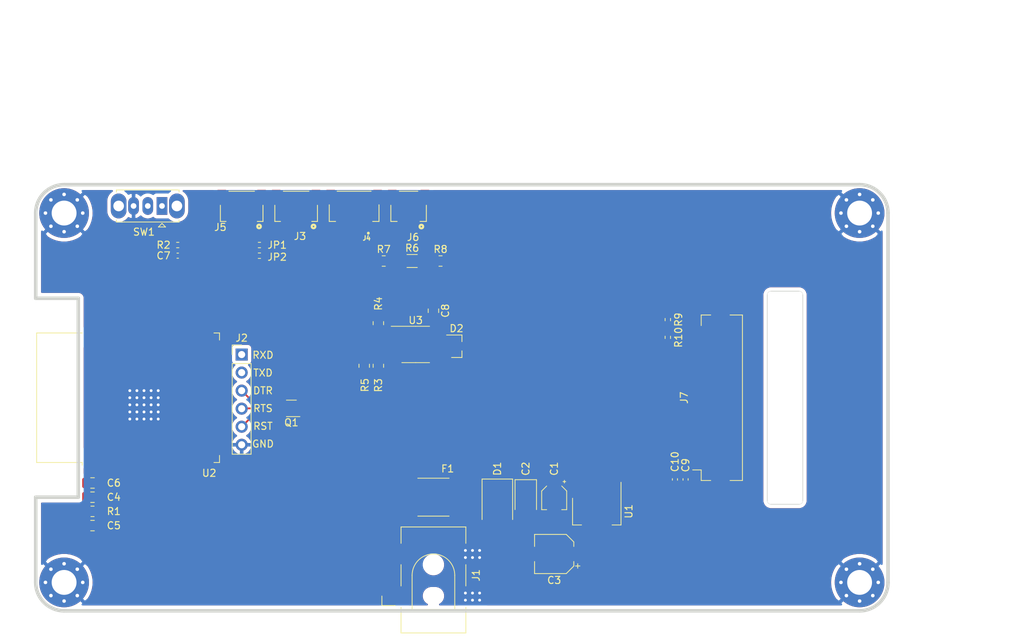
<source format=kicad_pcb>
(kicad_pcb (version 20171130) (host pcbnew "(5.1.12)-1")
  (layers (0 F.Cu signal) (31 B.Cu signal) (34 B.Paste user) (35 F.Paste user) (36 B.SilkS user) (37 F.SilkS user) (38 B.Mask user) (39 F.Mask user) (44 Edge.Cuts user))
  (net 0 "")
  (net 1 +5V)
  (net 2 +3V3)
  (net 3 /RESET)
  (net 4 /Modubus/A)
  (net 5 /Modubus/B)
  (net 6 "Net-(F1-Pad2)")
  (net 7 /RTS)
  (net 8 /DTR)
  (net 9 /UART0_TXD)
  (net 10 /UART0_RXD)
  (net 11 /SHARP_AOUT)
  (net 12 /GAS_AOUT)
  (net 13 /SHARP_ILED)
  (net 14 /IO39)
  (net 15 /IO36)
  (net 16 /IO0)
  (net 17 /MODBUS_TXD)
  (net 18 "Net-(U2-Pad32)")
  (net 19 "Net-(U2-Pad22)")
  (net 20 "Net-(U2-Pad21)")
  (net 21 "Net-(U2-Pad20)")
  (net 22 "Net-(U2-Pad19)")
  (net 23 "Net-(U2-Pad18)")
  (net 24 "Net-(U2-Pad17)")
  (net 25 /MODBUS_EN)
  (net 26 /MODBUS_RXD)
  (net 27 /Modubus/MODBUS_EN)
  (net 28 /Modubus/MODBUS_TXD)
  (net 29 /Modubus/MODBUS_RXD)
  (net 30 GND)
  (net 31 "Net-(C7-Pad2)")
  (net 32 /GPIO32)
  (net 33 /GPIO33)
  (net 34 /GPIO16)
  (net 35 /GPIO17)
  (net 36 /VCC)
  (net 37 CTP_SCL)
  (net 38 CTP_SDA)
  (net 39 CTP_INT)
  (net 40 TFT_CS)
  (net 41 TFT_AO)
  (net 42 TFT_SCLK)
  (net 43 TFT_SDI)
  (net 44 TFT_RST)
  (net 45 "Net-(SW1-Pad2)")
  (net 46 "Net-(U2-Pad24)")
  (net 47 "Net-(U2-Pad14)")
  (net 48 /GPIO15)
  (module Package_SO:SOIC-8_3.9x4.9mm_P1.27mm (layer F.Cu) (at 138.5 117.5)
    (fp_text reference U3 (at 0 -3.4) (layer F.SilkS))
    (fp_text value MAX3485)
    (fp_line (start 0 2.56) (end 1.95 2.56) (layer F.SilkS) (width 0.12))
    (fp_line (start 0 2.56) (end -1.95 2.56) (layer F.SilkS) (width 0.12))
    (fp_line (start 0 -2.56) (end 1.95 -2.56) (layer F.SilkS) (width 0.12))
    (fp_line (start 0 -2.56) (end -3.45 -2.56) (layer F.SilkS) (width 0.12))
    (pad 8 smd roundrect (at 2.475 -1.905) (size 1.95 0.6) (layers F.Cu F.Paste F.Mask) (net 2 +3V3))
    (pad 7 smd roundrect (at 2.475 -0.635) (size 1.95 0.6) (layers F.Cu F.Paste F.Mask) (net 5 /Modubus/B))
    (pad 6 smd roundrect (at 2.475 0.635) (size 1.95 0.6) (layers F.Cu F.Paste F.Mask) (net 4 /Modubus/A))
    (pad 5 smd roundrect (at 2.475 1.905) (size 1.95 0.6) (layers F.Cu F.Paste F.Mask) (net 30 GND))
    (pad 4 smd roundrect (at -2.475 1.905) (size 1.95 0.6) (layers F.Cu F.Paste F.Mask) (net 28 /Modubus/MODBUS_TXD))
    (pad 3 smd roundrect (at -2.475 0.635) (size 1.95 0.6) (layers F.Cu F.Paste F.Mask) (net 27 /Modubus/MODBUS_EN))
    (pad 2 smd roundrect (at -2.475 -0.635) (size 1.95 0.6) (layers F.Cu F.Paste F.Mask) (net 27 /Modubus/MODBUS_EN))
    (pad 1 smd roundrect (at -2.475 -1.905) (size 1.95 0.6) (layers F.Cu F.Paste F.Mask) (net 29 /Modubus/MODBUS_RXD))
  )
  (module Connector_BarrelJack:BarrelJack_CLIFF_FC681465S_SMT_Horizontal (layer F.Cu) (at 141 150 90)
    (fp_text reference J1 (at 0 6 270) (layer F.SilkS))
    (fp_text value Barrel_Jack_Switch)
    (fp_line (start -4.8 3) (end 0 3) (layer F.SilkS) (width 0.12))
    (fp_line (start -4.8 -3) (end 0 -3) (layer F.SilkS) (width 0.12))
    (fp_line (start -4.8 4.56) (end -4.8 -4.56) (layer F.SilkS) (width 0.12))
    (fp_line (start -8.11 4.56) (end -8.11 -4.56) (layer F.SilkS) (width 0.12))
    (fp_line (start -8.11 4.56) (end -4.5 4.56) (layer F.SilkS) (width 0.12))
    (fp_line (start -1.5 4.56) (end 1.5 4.56) (layer F.SilkS) (width 0.12))
    (fp_line (start 4.5 4.56) (end 6.81 4.56) (layer F.SilkS) (width 0.12))
    (fp_line (start 4.5 -4.56) (end 6.81 -4.56) (layer F.SilkS) (width 0.12))
    (fp_line (start -1.5 -4.56) (end 1.5 -4.56) (layer F.SilkS) (width 0.12))
    (fp_line (start 6.81 4.56) (end 6.81 -4.56) (layer F.SilkS) (width 0.12))
    (fp_line (start -8.11 -4.56) (end -4.5 -4.56) (layer F.SilkS) (width 0.12))
    (fp_line (start -2.92 -7.26) (end -4.26 -7.26) (layer F.SilkS) (width 0.12))
    (fp_line (start -4.26 -7.26) (end -4.26 -5.36) (layer F.SilkS) (width 0.12))
    (fp_arc (start 0 0) (end 0 3) (angle -180) (layer F.SilkS) (width 0.12))
    (pad 3 smd rect (at -3 5.5 180) (size 3 2) (layers F.Cu F.Paste F.Mask) (net 30 GND))
    (pad 2 smd rect (at 3 5.5 180) (size 3 2) (layers F.Cu F.Paste F.Mask) (net 30 GND))
    (pad 1 smd rect (at 3 -5.5 180) (size 3 2) (layers F.Cu F.Paste F.Mask) (net 6 "Net-(F1-Pad2)"))
    (pad 1 smd rect (at -3 -5.5 180) (size 3 2) (layers F.Cu F.Paste F.Mask) (net 6 "Net-(F1-Pad2)"))
    (pad "" np_thru_hole circle (at 1.5 0 180) (size 2 2) (drill 2) (layers *.Cu *.Mask))
    (pad "" np_thru_hole oval (at -2.9 0 180) (size 2 1.5) (drill oval 2 1.5) (layers *.Cu *.Mask))
  )
  (module Resistor_SMD:R_0402_1005Metric_Pad0.72x0.64mm_HandSolder (layer F.Cu) (at 174 116.5 270)
    (fp_text reference R10 (at 0 -1.5 90) (layer F.SilkS))
    (fp_text value 10k)
    (fp_line (start -0.167621 -0.38) (end 0.167621 -0.38) (layer F.SilkS) (width 0.12))
    (fp_line (start -0.167621 0.38) (end 0.167621 0.38) (layer F.SilkS) (width 0.12))
    (pad 2 smd roundrect (at 0.5975 0 270) (size 0.715 0.64) (layers F.Cu F.Paste F.Mask) (net 2 +3V3))
    (pad 1 smd roundrect (at -0.5975 0 270) (size 0.715 0.64) (layers F.Cu F.Paste F.Mask) (net 38 CTP_SDA))
  )
  (module Resistor_SMD:R_0402_1005Metric_Pad0.72x0.64mm_HandSolder (layer F.Cu) (at 174 114 90)
    (fp_text reference R9 (at 0 1.5 90) (layer F.SilkS))
    (fp_text value 10k)
    (fp_line (start -0.167621 -0.38) (end 0.167621 -0.38) (layer F.SilkS) (width 0.12))
    (fp_line (start -0.167621 0.38) (end 0.167621 0.38) (layer F.SilkS) (width 0.12))
    (pad 2 smd roundrect (at 0.5975 0 90) (size 0.715 0.64) (layers F.Cu F.Paste F.Mask) (net 2 +3V3))
    (pad 1 smd roundrect (at -0.5975 0 90) (size 0.715 0.64) (layers F.Cu F.Paste F.Mask) (net 37 CTP_SCL))
  )
  (module Connector_FFC-FPC:Hirose_FH12-40S-0.5SH_1x40-1MP_P0.50mm_Horizontal (layer F.Cu) (at 180 125 90)
    (fp_text reference J7 (at 0 -3.7 90) (layer F.SilkS))
    (fp_text value Display)
    (fp_line (start -10.16 -1.3) (end -11.65 -1.3) (layer F.SilkS) (width 0.12))
    (fp_line (start -11.65 -1.3) (end -11.65 0.04) (layer F.SilkS) (width 0.12))
    (fp_line (start 10.16 -1.3) (end 11.65 -1.3) (layer F.SilkS) (width 0.12))
    (fp_line (start 11.65 -1.3) (end 11.65 0.04) (layer F.SilkS) (width 0.12))
    (fp_line (start -11.65 2.76) (end -11.65 4.5) (layer F.SilkS) (width 0.12))
    (fp_line (start -11.65 4.5) (end 11.65 4.5) (layer F.SilkS) (width 0.12))
    (fp_line (start 11.65 4.5) (end 11.65 2.76) (layer F.SilkS) (width 0.12))
    (fp_line (start -10.16 -1.3) (end -10.16 -2.5) (layer F.SilkS) (width 0.12))
    (pad 40 smd rect (at 9.75 -1.85 90) (size 0.3 1.3) (layers F.Cu F.Paste F.Mask) (net 37 CTP_SCL))
    (pad 39 smd rect (at 9.25 -1.85 90) (size 0.3 1.3) (layers F.Cu F.Paste F.Mask) (net 38 CTP_SDA))
    (pad 38 smd rect (at 8.75 -1.85 90) (size 0.3 1.3) (layers F.Cu F.Paste F.Mask) (net 39 CTP_INT))
    (pad 37 smd rect (at 8.25 -1.85 90) (size 0.3 1.3) (layers F.Cu F.Paste F.Mask) (net 2 +3V3))
    (pad 36 smd rect (at 7.75 -1.85 90) (size 0.3 1.3) (layers F.Cu F.Paste F.Mask) (net 40 TFT_CS))
    (pad 35 smd rect (at 7.25 -1.85 90) (size 0.3 1.3) (layers F.Cu F.Paste F.Mask) (net 41 TFT_AO))
    (pad 34 smd rect (at 6.75 -1.85 90) (size 0.3 1.3) (layers F.Cu F.Paste F.Mask) (net 42 TFT_SCLK))
    (pad 33 smd rect (at 6.25 -1.85 90) (size 0.3 1.3) (layers F.Cu F.Paste F.Mask) (net 30 GND))
    (pad 32 smd rect (at 5.75 -1.85 90) (size 0.3 1.3) (layers F.Cu F.Paste F.Mask) (net 43 TFT_SDI))
    (pad 31 smd rect (at 5.25 -1.85 90) (size 0.3 1.3) (layers F.Cu F.Paste F.Mask) (net 30 GND))
    (pad 30 smd rect (at 4.75 -1.85 90) (size 0.3 1.3) (layers F.Cu F.Paste F.Mask) (net 30 GND))
    (pad 29 smd rect (at 4.25 -1.85 90) (size 0.3 1.3) (layers F.Cu F.Paste F.Mask) (net 30 GND))
    (pad 28 smd rect (at 3.75 -1.85 90) (size 0.3 1.3) (layers F.Cu F.Paste F.Mask) (net 30 GND))
    (pad 27 smd rect (at 3.25 -1.85 90) (size 0.3 1.3) (layers F.Cu F.Paste F.Mask) (net 30 GND))
    (pad 26 smd rect (at 2.75 -1.85 90) (size 0.3 1.3) (layers F.Cu F.Paste F.Mask) (net 30 GND))
    (pad 25 smd rect (at 2.25 -1.85 90) (size 0.3 1.3) (layers F.Cu F.Paste F.Mask) (net 30 GND))
    (pad 24 smd rect (at 1.75 -1.85 90) (size 0.3 1.3) (layers F.Cu F.Paste F.Mask) (net 30 GND))
    (pad 23 smd rect (at 1.25 -1.85 90) (size 0.3 1.3) (layers F.Cu F.Paste F.Mask) (net 30 GND))
    (pad 22 smd rect (at 0.75 -1.85 90) (size 0.3 1.3) (layers F.Cu F.Paste F.Mask) (net 30 GND))
    (pad 21 smd rect (at 0.25 -1.85 90) (size 0.3 1.3) (layers F.Cu F.Paste F.Mask) (net 30 GND))
    (pad 20 smd rect (at -0.25 -1.85 90) (size 0.3 1.3) (layers F.Cu F.Paste F.Mask) (net 30 GND))
    (pad 19 smd rect (at -0.75 -1.85 90) (size 0.3 1.3) (layers F.Cu F.Paste F.Mask) (net 30 GND))
    (pad 18 smd rect (at -1.25 -1.85 90) (size 0.3 1.3) (layers F.Cu F.Paste F.Mask) (net 30 GND))
    (pad 17 smd rect (at -1.75 -1.85 90) (size 0.3 1.3) (layers F.Cu F.Paste F.Mask) (net 30 GND))
    (pad 16 smd rect (at -2.25 -1.85 90) (size 0.3 1.3) (layers F.Cu F.Paste F.Mask) (net 30 GND))
    (pad 15 smd rect (at -2.75 -1.85 90) (size 0.3 1.3) (layers F.Cu F.Paste F.Mask) (net 30 GND))
    (pad 14 smd rect (at -3.25 -1.85 90) (size 0.3 1.3) (layers F.Cu F.Paste F.Mask) (net 30 GND))
    (pad 13 smd rect (at -3.75 -1.85 90) (size 0.3 1.3) (layers F.Cu F.Paste F.Mask) (net 30 GND))
    (pad 12 smd rect (at -4.25 -1.85 90) (size 0.3 1.3) (layers F.Cu F.Paste F.Mask) (net 30 GND))
    (pad 11 smd rect (at -4.75 -1.85 90) (size 0.3 1.3) (layers F.Cu F.Paste F.Mask) (net 30 GND))
    (pad 10 smd rect (at -5.25 -1.85 90) (size 0.3 1.3) (layers F.Cu F.Paste F.Mask) (net 30 GND))
    (pad 9 smd rect (at -5.75 -1.85 90) (size 0.3 1.3) (layers F.Cu F.Paste F.Mask) (net 44 TFT_RST))
    (pad 8 smd rect (at -6.25 -1.85 90) (size 0.3 1.3) (layers F.Cu F.Paste F.Mask) (net 2 +3V3))
    (pad 7 smd rect (at -6.75 -1.85 90) (size 0.3 1.3) (layers F.Cu F.Paste F.Mask) (net 2 +3V3))
    (pad 6 smd rect (at -7.25 -1.85 90) (size 0.3 1.3) (layers F.Cu F.Paste F.Mask) (net 2 +3V3))
    (pad 5 smd rect (at -7.75 -1.85 90) (size 0.3 1.3) (layers F.Cu F.Paste F.Mask) (net 2 +3V3))
    (pad 4 smd rect (at -8.25 -1.85 90) (size 0.3 1.3) (layers F.Cu F.Paste F.Mask) (net 2 +3V3))
    (pad 3 smd rect (at -8.75 -1.85 90) (size 0.3 1.3) (layers F.Cu F.Paste F.Mask) (net 30 GND))
    (pad 2 smd rect (at -9.25 -1.85 90) (size 0.3 1.3) (layers F.Cu F.Paste F.Mask) (net 30 GND))
    (pad 1 smd rect (at -9.75 -1.85 90) (size 0.3 1.3) (layers F.Cu F.Paste F.Mask) (net 2 +3V3))
    (pad MP smd rect (at -11.65 1.4 90) (size 1.8 2.2) (layers F.Cu F.Paste F.Mask))
    (pad MP smd rect (at 11.65 1.4 90) (size 1.8 2.2) (layers F.Cu F.Paste F.Mask))
  )
  (module Capacitor_SMD:C_0402_1005Metric_Pad0.74x0.62mm_HandSolder (layer F.Cu) (at 175 136.5 270)
    (fp_text reference C10 (at -2.5 0 90) (layer F.SilkS))
    (fp_text value 0.1uF)
    (fp_line (start -0.115835 -0.36) (end 0.115835 -0.36) (layer F.SilkS) (width 0.12))
    (fp_line (start -0.115835 0.36) (end 0.115835 0.36) (layer F.SilkS) (width 0.12))
    (pad 2 smd roundrect (at 0.5675 0 270) (size 0.735 0.62) (layers F.Cu F.Paste F.Mask) (net 30 GND))
    (pad 1 smd roundrect (at -0.5675 0 270) (size 0.735 0.62) (layers F.Cu F.Paste F.Mask) (net 2 +3V3))
  )
  (module Capacitor_SMD:C_0402_1005Metric_Pad0.74x0.62mm_HandSolder (layer F.Cu) (at 176.5 136.5 270)
    (fp_text reference C9 (at -2 0 90) (layer F.SilkS))
    (fp_text value 10uF)
    (fp_line (start -0.115835 -0.36) (end 0.115835 -0.36) (layer F.SilkS) (width 0.12))
    (fp_line (start -0.115835 0.36) (end 0.115835 0.36) (layer F.SilkS) (width 0.12))
    (pad 2 smd roundrect (at 0.5675 0 270) (size 0.735 0.62) (layers F.Cu F.Paste F.Mask) (net 30 GND))
    (pad 1 smd roundrect (at -0.5675 0 270) (size 0.735 0.62) (layers F.Cu F.Paste F.Mask) (net 2 +3V3))
  )
  (module RF_Module:ESP32-WROOM-32 (layer F.Cu) (at 101 125 90)
    (fp_text reference U2 (at -10.61 8.43) (layer F.SilkS))
    (fp_text value "ESP32-WROOM-32E(8MB)")
    (fp_line (start -9.12 -9.445) (end -9.5 -9.445) (layer F.SilkS) (width 0.12))
    (fp_line (start -9.12 -15.865) (end -9.12 -9.445) (layer F.SilkS) (width 0.12))
    (fp_line (start 9.12 -15.865) (end 9.12 -9.445) (layer F.SilkS) (width 0.12))
    (fp_line (start -9.12 -15.865) (end 9.12 -15.865) (layer F.SilkS) (width 0.12))
    (fp_line (start 9.12 9.88) (end 8.12 9.88) (layer F.SilkS) (width 0.12))
    (fp_line (start 9.12 9.1) (end 9.12 9.88) (layer F.SilkS) (width 0.12))
    (fp_line (start -9.12 9.88) (end -8.12 9.88) (layer F.SilkS) (width 0.12))
    (fp_line (start -9.12 9.1) (end -9.12 9.88) (layer F.SilkS) (width 0.12))
    (pad 38 smd rect (at 8.5 -8.255 90) (size 2 0.9) (layers F.Cu F.Paste F.Mask) (net 30 GND))
    (pad 37 smd rect (at 8.5 -6.985 90) (size 2 0.9) (layers F.Cu F.Paste F.Mask) (net 17 /MODBUS_TXD))
    (pad 36 smd rect (at 8.5 -5.715 90) (size 2 0.9) (layers F.Cu F.Paste F.Mask) (net 37 CTP_SCL))
    (pad 35 smd rect (at 8.5 -4.445 90) (size 2 0.9) (layers F.Cu F.Paste F.Mask) (net 9 /UART0_TXD))
    (pad 34 smd rect (at 8.5 -3.175 90) (size 2 0.9) (layers F.Cu F.Paste F.Mask) (net 10 /UART0_RXD))
    (pad 33 smd rect (at 8.5 -1.905 90) (size 2 0.9) (layers F.Cu F.Paste F.Mask) (net 38 CTP_SDA))
    (pad 32 smd rect (at 8.5 -0.635 90) (size 2 0.9) (layers F.Cu F.Paste F.Mask) (net 18 "Net-(U2-Pad32)"))
    (pad 31 smd rect (at 8.5 0.635 90) (size 2 0.9) (layers F.Cu F.Paste F.Mask) (net 43 TFT_SDI))
    (pad 30 smd rect (at 8.5 1.905 90) (size 2 0.9) (layers F.Cu F.Paste F.Mask) (net 42 TFT_SCLK))
    (pad 29 smd rect (at 8.5 3.175 90) (size 2 0.9) (layers F.Cu F.Paste F.Mask) (net 40 TFT_CS))
    (pad 28 smd rect (at 8.5 4.445 90) (size 2 0.9) (layers F.Cu F.Paste F.Mask) (net 35 /GPIO17))
    (pad 27 smd rect (at 8.5 5.715 90) (size 2 0.9) (layers F.Cu F.Paste F.Mask) (net 45 "Net-(SW1-Pad2)"))
    (pad 26 smd rect (at 8.5 6.985 90) (size 2 0.9) (layers F.Cu F.Paste F.Mask) (net 41 TFT_AO))
    (pad 25 smd rect (at 8.5 8.255 90) (size 2 0.9) (layers F.Cu F.Paste F.Mask) (net 16 /IO0))
    (pad 24 smd rect (at 5.715 9.255 180) (size 2 0.9) (layers F.Cu F.Paste F.Mask) (net 46 "Net-(U2-Pad24)"))
    (pad 23 smd rect (at 4.445 9.255 180) (size 2 0.9) (layers F.Cu F.Paste F.Mask) (net 48 /GPIO15))
    (pad 22 smd rect (at 3.175 9.255 180) (size 2 0.9) (layers F.Cu F.Paste F.Mask) (net 19 "Net-(U2-Pad22)"))
    (pad 21 smd rect (at 1.905 9.255 180) (size 2 0.9) (layers F.Cu F.Paste F.Mask) (net 20 "Net-(U2-Pad21)"))
    (pad 20 smd rect (at 0.635 9.255 180) (size 2 0.9) (layers F.Cu F.Paste F.Mask) (net 21 "Net-(U2-Pad20)"))
    (pad 19 smd rect (at -0.635 9.255 180) (size 2 0.9) (layers F.Cu F.Paste F.Mask) (net 22 "Net-(U2-Pad19)"))
    (pad 18 smd rect (at -1.905 9.255 180) (size 2 0.9) (layers F.Cu F.Paste F.Mask) (net 23 "Net-(U2-Pad18)"))
    (pad 17 smd rect (at -3.175 9.255 180) (size 2 0.9) (layers F.Cu F.Paste F.Mask) (net 24 "Net-(U2-Pad17)"))
    (pad 16 smd rect (at -4.445 9.255 180) (size 2 0.9) (layers F.Cu F.Paste F.Mask) (net 13 /SHARP_ILED))
    (pad 15 smd rect (at -5.715 9.255 180) (size 2 0.9) (layers F.Cu F.Paste F.Mask) (net 30 GND))
    (pad 14 smd rect (at -8.5 8.255 90) (size 2 0.9) (layers F.Cu F.Paste F.Mask) (net 47 "Net-(U2-Pad14)"))
    (pad 13 smd rect (at -8.5 6.985 90) (size 2 0.9) (layers F.Cu F.Paste F.Mask) (net 44 TFT_RST))
    (pad 12 smd rect (at -8.5 5.715 90) (size 2 0.9) (layers F.Cu F.Paste F.Mask) (net 25 /MODBUS_EN))
    (pad 11 smd rect (at -8.5 4.445 90) (size 2 0.9) (layers F.Cu F.Paste F.Mask) (net 26 /MODBUS_RXD))
    (pad 10 smd rect (at -8.5 3.175 90) (size 2 0.9) (layers F.Cu F.Paste F.Mask) (net 39 CTP_INT))
    (pad 9 smd rect (at -8.5 1.905 90) (size 2 0.9) (layers F.Cu F.Paste F.Mask) (net 33 /GPIO33))
    (pad 8 smd rect (at -8.5 0.635 90) (size 2 0.9) (layers F.Cu F.Paste F.Mask) (net 32 /GPIO32))
    (pad 7 smd rect (at -8.5 -0.635 90) (size 2 0.9) (layers F.Cu F.Paste F.Mask) (net 12 /GAS_AOUT))
    (pad 6 smd rect (at -8.5 -1.905 90) (size 2 0.9) (layers F.Cu F.Paste F.Mask) (net 11 /SHARP_AOUT))
    (pad 5 smd rect (at -8.5 -3.175 90) (size 2 0.9) (layers F.Cu F.Paste F.Mask) (net 14 /IO39))
    (pad 4 smd rect (at -8.5 -4.445 90) (size 2 0.9) (layers F.Cu F.Paste F.Mask) (net 15 /IO36))
    (pad 3 smd rect (at -8.5 -5.715 90) (size 2 0.9) (layers F.Cu F.Paste F.Mask) (net 3 /RESET))
    (pad 2 smd rect (at -8.5 -6.985 90) (size 2 0.9) (layers F.Cu F.Paste F.Mask) (net 2 +3V3))
    (pad 1 smd rect (at -8.5 -8.255 90) (size 2 0.9) (layers F.Cu F.Paste F.Mask) (net 30 GND))
    (pad 39 smd rect (at -1 -0.755 90) (size 5 5) (layers F.Cu F.Paste F.Mask) (net 30 GND))
  )
  (module MountingHole:MountingHole_3.5mm_Pad_Via (layer F.Cu) (at 89 151)
    (fp_text reference H2 (at 0 0) (layer F.SilkS))
    (fp_text value MountingHole_Pad)
    (pad 1 thru_hole circle (at 1.856155 -1.856155) (size 0.8 0.8) (drill 0.5) (layers *.Cu *.Mask) (net 30 GND))
    (pad 1 thru_hole circle (at 0 -2.625) (size 0.8 0.8) (drill 0.5) (layers *.Cu *.Mask) (net 30 GND))
    (pad 1 thru_hole circle (at -1.856155 -1.856155) (size 0.8 0.8) (drill 0.5) (layers *.Cu *.Mask) (net 30 GND))
    (pad 1 thru_hole circle (at -2.625 0) (size 0.8 0.8) (drill 0.5) (layers *.Cu *.Mask) (net 30 GND))
    (pad 1 thru_hole circle (at -1.856155 1.856155) (size 0.8 0.8) (drill 0.5) (layers *.Cu *.Mask) (net 30 GND))
    (pad 1 thru_hole circle (at 0 2.625) (size 0.8 0.8) (drill 0.5) (layers *.Cu *.Mask) (net 30 GND))
    (pad 1 thru_hole circle (at 1.856155 1.856155) (size 0.8 0.8) (drill 0.5) (layers *.Cu *.Mask) (net 30 GND))
    (pad 1 thru_hole circle (at 2.625 0) (size 0.8 0.8) (drill 0.5) (layers *.Cu *.Mask) (net 30 GND))
    (pad 1 thru_hole circle (at 0 0) (size 7 7) (drill 3.5) (layers *.Cu *.Mask) (net 30 GND))
  )
  (module "SnapEDA Library:JST_SM03B-SRSS-TB(LF)(SN)" (layer F.Cu) (at 137.5 100.5 180)
    (fp_text reference J6 (at -0.635 -1.905) (layer F.SilkS))
    (fp_text value "MODBUS RTU")
    (fp_line (start -1.615 0.325) (end -2.5 0.325) (layer F.SilkS) (width 0.127))
    (fp_line (start -2.5 0.325) (end -2.5 2.6) (layer F.SilkS) (width 0.127))
    (fp_line (start -1.3 4.575) (end 1.3 4.575) (layer F.SilkS) (width 0.127))
    (fp_line (start 2.5 2.6) (end 2.5 0.325) (layer F.SilkS) (width 0.127))
    (fp_line (start 2.5 0.325) (end 1.615 0.325) (layer F.SilkS) (width 0.127))
    (fp_circle (center -1.8 -0.4) (end -1.7 -0.4) (layer F.SilkS) (width 0.3))
    (pad S2 smd rect (at 2.3 3.875 180) (size 1.2 1.8) (layers F.Cu F.Paste F.Mask))
    (pad S1 smd rect (at -2.3 3.875 180) (size 1.2 1.8) (layers F.Cu F.Paste F.Mask))
    (pad 3 smd rect (at 1 0 180) (size 0.6 1.55) (layers F.Cu F.Paste F.Mask) (net 30 GND))
    (pad 1 smd rect (at -1 0 180) (size 0.6 1.55) (layers F.Cu F.Paste F.Mask) (net 5 /Modubus/B))
    (pad 2 smd rect (at 0 0 180) (size 0.6 1.55) (layers F.Cu F.Paste F.Mask) (net 4 /Modubus/A))
  )
  (module Package_TO_SOT_SMD:SOT-223-3_TabPin2 (layer F.Cu) (at 164 141 270)
    (fp_text reference U1 (at 0 -4.5 90) (layer F.SilkS))
    (fp_text value AZ1117-3.3)
    (fp_line (start 1.91 3.41) (end 1.91 2.15) (layer F.SilkS) (width 0.12))
    (fp_line (start 1.91 -3.41) (end 1.91 -2.15) (layer F.SilkS) (width 0.12))
    (fp_line (start -1.85 3.41) (end 1.91 3.41) (layer F.SilkS) (width 0.12))
    (fp_line (start -4.1 -3.41) (end 1.91 -3.41) (layer F.SilkS) (width 0.12))
    (pad 1 smd rect (at -3.15 -2.3 270) (size 2 1.5) (layers F.Cu F.Paste F.Mask) (net 30 GND))
    (pad 3 smd rect (at -3.15 2.3 270) (size 2 1.5) (layers F.Cu F.Paste F.Mask) (net 1 +5V))
    (pad 2 smd rect (at -3.15 0 270) (size 2 1.5) (layers F.Cu F.Paste F.Mask) (net 2 +3V3))
    (pad 2 smd rect (at 3.15 0 270) (size 2 3.8) (layers F.Cu F.Paste F.Mask) (net 2 +3V3))
  )
  (module Button_Switch_THT:SW_Slide_1P2T_CK_OS102011MS2Q (layer F.Cu) (at 102.78 98 180)
    (fp_text reference SW1 (at 2.54 -3.66) (layer F.SilkS))
    (fp_text value SW_SPDT)
    (fp_line (start -2.41 -2.26) (end 6.41 -2.26) (layer F.SilkS) (width 0.12))
    (fp_line (start 6.41 -2.26) (end 6.41 -1.95) (layer F.SilkS) (width 0.12))
    (fp_line (start 6.41 2.26) (end -2.41 2.26) (layer F.SilkS) (width 0.12))
    (fp_line (start -2.41 -1.95) (end -2.41 -2.26) (layer F.SilkS) (width 0.12))
    (fp_line (start -2.41 2.26) (end -2.41 1.95) (layer F.SilkS) (width 0.12))
    (fp_line (start 6.41 2.26) (end 6.41 1.95) (layer F.SilkS) (width 0.12))
    (fp_line (start -0.5 -2.96) (end 0 -2.46) (layer F.SilkS) (width 0.12))
    (fp_line (start 0 -2.46) (end 0.5 -2.96) (layer F.SilkS) (width 0.12))
    (fp_line (start 0.5 -2.96) (end -0.5 -2.96) (layer F.SilkS) (width 0.12))
    (pad "" thru_hole oval (at 6.1 0 180) (size 2.2 3.5) (drill 1.5) (layers *.Cu *.Mask))
    (pad "" thru_hole oval (at -2.1 0 180) (size 2.2 3.5) (drill 1.5) (layers *.Cu *.Mask))
    (pad 3 thru_hole oval (at 4 0 180) (size 1.5 2.5) (drill 0.8) (layers *.Cu *.Mask) (net 30 GND))
    (pad 2 thru_hole oval (at 2 0 180) (size 1.5 2.5) (drill 0.8) (layers *.Cu *.Mask) (net 45 "Net-(SW1-Pad2)"))
    (pad 1 thru_hole rect (at 0 0 180) (size 1.5 2.5) (drill 0.8) (layers *.Cu *.Mask) (net 31 "Net-(C7-Pad2)"))
  )
  (module Resistor_SMD:R_0402_1005Metric_Pad0.72x0.64mm_HandSolder (layer F.Cu) (at 105 103.5 180)
    (fp_text reference R2 (at 2 0) (layer F.SilkS))
    (fp_text value 10k)
    (fp_line (start -0.167621 -0.38) (end 0.167621 -0.38) (layer F.SilkS) (width 0.12))
    (fp_line (start -0.167621 0.38) (end 0.167621 0.38) (layer F.SilkS) (width 0.12))
    (pad 2 smd roundrect (at 0.5975 0 180) (size 0.715 0.64) (layers F.Cu F.Paste F.Mask) (net 31 "Net-(C7-Pad2)"))
    (pad 1 smd roundrect (at -0.5975 0 180) (size 0.715 0.64) (layers F.Cu F.Paste F.Mask) (net 2 +3V3))
  )
  (module Resistor_SMD:R_0402_1005Metric_Pad0.72x0.64mm_HandSolder (layer F.Cu) (at 116.5 105 180)
    (fp_text reference JP2 (at -2.5 -0.19) (layer F.SilkS))
    (fp_text value SolderJumper_2_Open)
    (fp_line (start -0.167621 -0.38) (end 0.167621 -0.38) (layer F.SilkS) (width 0.12))
    (fp_line (start -0.167621 0.38) (end 0.167621 0.38) (layer F.SilkS) (width 0.12))
    (pad 2 smd roundrect (at 0.5975 0 180) (size 0.715 0.64) (layers F.Cu F.Paste F.Mask) (net 36 /VCC))
    (pad 1 smd roundrect (at -0.5975 0 180) (size 0.715 0.64) (layers F.Cu F.Paste F.Mask) (net 1 +5V))
  )
  (module Resistor_SMD:R_0402_1005Metric_Pad0.72x0.64mm_HandSolder (layer F.Cu) (at 116.5 103.5 180)
    (fp_text reference JP1 (at -2.5 0) (layer F.SilkS))
    (fp_text value SolderJumper_2_Open)
    (fp_line (start -0.167621 -0.38) (end 0.167621 -0.38) (layer F.SilkS) (width 0.12))
    (fp_line (start -0.167621 0.38) (end 0.167621 0.38) (layer F.SilkS) (width 0.12))
    (pad 2 smd roundrect (at 0.5975 0 180) (size 0.715 0.64) (layers F.Cu F.Paste F.Mask) (net 36 /VCC))
    (pad 1 smd roundrect (at -0.5975 0 180) (size 0.715 0.64) (layers F.Cu F.Paste F.Mask) (net 2 +3V3))
  )
  (module "SnapEDA Library:JST_SM04B-SRSS-TB(LF)(SN)" (layer F.Cu) (at 114 100.5 180)
    (fp_text reference J5 (at 3 -0.5) (layer F.SilkS) (effects (font (size 1.001173 1.001173))))
    (fp_text value "I2C extended")
    (fp_circle (center -2.45 -0.385) (end -2.35 -0.385) (layer F.SilkS) (width 0.3))
    (fp_line (start -2.2 0.325) (end -3 0.325) (layer F.SilkS) (width 0.127))
    (fp_line (start -3 0.325) (end -3 2.6) (layer F.SilkS) (width 0.127))
    (fp_line (start 2.2 0.325) (end 3 0.325) (layer F.SilkS) (width 0.127))
    (fp_line (start 3 0.325) (end 3 2.6) (layer F.SilkS) (width 0.127))
    (fp_line (start -1.8 4.575) (end 1.8 4.575) (layer F.SilkS) (width 0.127))
    (pad 4 smd rect (at 1.5 0 180) (size 0.6 1.55) (layers F.Cu F.Paste F.Mask) (net 30 GND))
    (pad 3 smd rect (at 0.5 0 180) (size 0.6 1.55) (layers F.Cu F.Paste F.Mask) (net 38 CTP_SDA))
    (pad 2 smd rect (at -0.5 0 180) (size 0.6 1.55) (layers F.Cu F.Paste F.Mask) (net 37 CTP_SCL))
    (pad 1 smd rect (at -1.5 0 180) (size 0.6 1.55) (layers F.Cu F.Paste F.Mask) (net 36 /VCC))
    (pad S1 smd rect (at -2.8 3.875 180) (size 1.2 1.8) (layers F.Cu F.Paste F.Mask))
    (pad S2 smd rect (at 2.8 3.875 180) (size 1.2 1.8) (layers F.Cu F.Paste F.Mask))
  )
  (module "connector:JST_SM05B-SRSS-TB(LF)(SN)" (layer F.Cu) (at 129.833332 96.625 180)
    (fp_text reference J4 (at -1.768 -5.9064) (layer F.SilkS) (effects (font (size 0.64 0.64))))
    (fp_text value sensor)
    (fp_line (start -2.61 -3.55) (end -3.5 -3.55) (layer F.SilkS) (width 0.127))
    (fp_line (start -3.5 -3.55) (end -3.5 -1.21) (layer F.SilkS) (width 0.127))
    (fp_line (start -2.39 0.7) (end 2.39 0.7) (layer F.SilkS) (width 0.127))
    (fp_line (start 2.61 -3.55) (end 3.5 -3.55) (layer F.SilkS) (width 0.127))
    (fp_line (start 3.5 -3.55) (end 3.5 -1.21) (layer F.SilkS) (width 0.127))
    (fp_circle (center -2 -5.2) (end -1.9 -5.2) (layer F.SilkS) (width 0.2))
    (pad 5 smd rect (at 2 -3.875 180) (size 0.6 1.55) (layers F.Cu F.Paste F.Mask) (net 30 GND))
    (pad 4 smd rect (at 1 -3.875 180) (size 0.6 1.55) (layers F.Cu F.Paste F.Mask) (net 13 /SHARP_ILED))
    (pad 3 smd rect (at 0 -3.875 180) (size 0.6 1.55) (layers F.Cu F.Paste F.Mask) (net 11 /SHARP_AOUT))
    (pad 2 smd rect (at -1 -3.875 180) (size 0.6 1.55) (layers F.Cu F.Paste F.Mask) (net 12 /GAS_AOUT))
    (pad S2 smd rect (at 3.3 0 180) (size 1.2 1.8) (layers F.Cu F.Paste F.Mask))
    (pad S1 smd rect (at -3.3 0 180) (size 1.2 1.8) (layers F.Cu F.Paste F.Mask))
    (pad 1 smd rect (at -2 -3.875 180) (size 0.6 1.55) (layers F.Cu F.Paste F.Mask) (net 1 +5V))
  )
  (module "SnapEDA Library:JST_SM04B-SRSS-TB(LF)(SN)" (layer F.Cu) (at 121.666666 100.5 180)
    (fp_text reference J3 (at -0.545095 -1.767685) (layer F.SilkS) (effects (font (size 1.001173 1.001173))))
    (fp_text value "GPIO expanded")
    (fp_circle (center -2.45 -0.385) (end -2.35 -0.385) (layer F.SilkS) (width 0.3))
    (fp_line (start -2.2 0.325) (end -3 0.325) (layer F.SilkS) (width 0.127))
    (fp_line (start -3 0.325) (end -3 2.6) (layer F.SilkS) (width 0.127))
    (fp_line (start 2.2 0.325) (end 3 0.325) (layer F.SilkS) (width 0.127))
    (fp_line (start 3 0.325) (end 3 2.6) (layer F.SilkS) (width 0.127))
    (fp_line (start -1.8 4.575) (end 1.8 4.575) (layer F.SilkS) (width 0.127))
    (pad 4 smd rect (at 1.5 0 180) (size 0.6 1.55) (layers F.Cu F.Paste F.Mask) (net 32 /GPIO32))
    (pad 3 smd rect (at 0.5 0 180) (size 0.6 1.55) (layers F.Cu F.Paste F.Mask) (net 33 /GPIO33))
    (pad 2 smd rect (at -0.5 0 180) (size 0.6 1.55) (layers F.Cu F.Paste F.Mask) (net 34 /GPIO16))
    (pad 1 smd rect (at -1.5 0 180) (size 0.6 1.55) (layers F.Cu F.Paste F.Mask) (net 48 /GPIO15))
    (pad S1 smd rect (at -2.8 3.875 180) (size 1.2 1.8) (layers F.Cu F.Paste F.Mask))
    (pad S2 smd rect (at 2.8 3.875 180) (size 1.2 1.8) (layers F.Cu F.Paste F.Mask))
  )
  (module Capacitor_SMD:C_0402_1005Metric_Pad0.74x0.62mm_HandSolder (layer F.Cu) (at 105 105 180)
    (fp_text reference C7 (at 2 0) (layer F.SilkS))
    (fp_text value 0.1uF)
    (fp_line (start -0.115835 -0.36) (end 0.115835 -0.36) (layer F.SilkS) (width 0.12))
    (fp_line (start -0.115835 0.36) (end 0.115835 0.36) (layer F.SilkS) (width 0.12))
    (pad 2 smd roundrect (at 0.5675 0 180) (size 0.735 0.62) (layers F.Cu F.Paste F.Mask) (net 31 "Net-(C7-Pad2)"))
    (pad 1 smd roundrect (at -0.5675 0 180) (size 0.735 0.62) (layers F.Cu F.Paste F.Mask) (net 30 GND))
  )
  (module Capacitor_SMD:CP_Elec_5x5.4 (layer F.Cu) (at 158 147 180)
    (fp_text reference C3 (at 0 -3.7) (layer F.SilkS))
    (fp_text value 22uF)
    (fp_line (start 2.76 2.76) (end 2.76 1.06) (layer F.SilkS) (width 0.12))
    (fp_line (start 2.76 -2.76) (end 2.76 -1.06) (layer F.SilkS) (width 0.12))
    (fp_line (start -1.695563 -2.76) (end 2.76 -2.76) (layer F.SilkS) (width 0.12))
    (fp_line (start -1.695563 2.76) (end 2.76 2.76) (layer F.SilkS) (width 0.12))
    (fp_line (start -2.76 1.695563) (end -2.76 1.06) (layer F.SilkS) (width 0.12))
    (fp_line (start -2.76 -1.695563) (end -2.76 -1.06) (layer F.SilkS) (width 0.12))
    (fp_line (start -2.76 -1.695563) (end -1.695563 -2.76) (layer F.SilkS) (width 0.12))
    (fp_line (start -2.76 1.695563) (end -1.695563 2.76) (layer F.SilkS) (width 0.12))
    (fp_line (start -3.625 -1.685) (end -3 -1.685) (layer F.SilkS) (width 0.12))
    (fp_line (start -3.3125 -1.9975) (end -3.3125 -1.3725) (layer F.SilkS) (width 0.12))
    (pad 2 smd roundrect (at 2.2 0 180) (size 3 1.6) (layers F.Cu F.Paste F.Mask) (roundrect_rratio 0.15625) (net 30 GND))
    (pad 1 smd roundrect (at -2.2 0 180) (size 3 1.6) (layers F.Cu F.Paste F.Mask) (roundrect_rratio 0.15625) (net 2 +3V3))
  )
  (module Capacitor_SMD:CP_Elec_3x5.4 (layer F.Cu) (at 158 139 270)
    (fp_text reference C1 (at -4 0 90) (layer F.SilkS))
    (fp_text value 10uF)
    (fp_line (start 1.76 1.76) (end 1.76 1.06) (layer F.SilkS) (width 0.12))
    (fp_line (start 1.76 -1.76) (end 1.76 -1.06) (layer F.SilkS) (width 0.12))
    (fp_line (start -0.870563 -1.76) (end 1.76 -1.76) (layer F.SilkS) (width 0.12))
    (fp_line (start -0.870563 1.76) (end 1.76 1.76) (layer F.SilkS) (width 0.12))
    (fp_line (start -1.570563 -1.06) (end -0.870563 -1.76) (layer F.SilkS) (width 0.12))
    (fp_line (start -1.570563 1.06) (end -0.870563 1.76) (layer F.SilkS) (width 0.12))
    (fp_line (start -2.375 -1.435) (end -2 -1.435) (layer F.SilkS) (width 0.12))
    (fp_line (start -2.1875 -1.6225) (end -2.1875 -1.2475) (layer F.SilkS) (width 0.12))
    (pad 2 smd roundrect (at 1.5 0 270) (size 2.2 1.6) (layers F.Cu F.Paste F.Mask) (roundrect_rratio 0.15625) (net 30 GND))
    (pad 1 smd roundrect (at -1.5 0 270) (size 2.2 1.6) (layers F.Cu F.Paste F.Mask) (roundrect_rratio 0.15625) (net 1 +5V))
  )
  (module Resistor_SMD:R_0805_2012Metric (layer F.Cu) (at 142 105.75)
    (fp_text reference R8 (at 0 -1.65) (layer F.SilkS))
    (fp_text value 10k)
    (fp_line (start -0.227064 0.735) (end 0.227064 0.735) (layer F.SilkS) (width 0.12))
    (fp_line (start -0.227064 -0.735) (end 0.227064 -0.735) (layer F.SilkS) (width 0.12))
    (pad 2 smd roundrect (at 0.9125 0) (size 1.025 1.4) (layers F.Cu F.Paste F.Mask) (roundrect_rratio 0.243902) (net 2 +3V3))
    (pad 1 smd roundrect (at -0.9125 0) (size 1.025 1.4) (layers F.Cu F.Paste F.Mask) (roundrect_rratio 0.243902) (net 5 /Modubus/B))
  )
  (module Resistor_SMD:R_0805_2012Metric (layer F.Cu) (at 134 105.75)
    (fp_text reference R7 (at 0 -1.65) (layer F.SilkS))
    (fp_text value 10k)
    (fp_line (start -0.227064 0.735) (end 0.227064 0.735) (layer F.SilkS) (width 0.12))
    (fp_line (start -0.227064 -0.735) (end 0.227064 -0.735) (layer F.SilkS) (width 0.12))
    (pad 2 smd roundrect (at 0.9125 0) (size 1.025 1.4) (layers F.Cu F.Paste F.Mask) (roundrect_rratio 0.243902) (net 4 /Modubus/A))
    (pad 1 smd roundrect (at -0.9125 0) (size 1.025 1.4) (layers F.Cu F.Paste F.Mask) (roundrect_rratio 0.243902) (net 30 GND))
  )
  (module Resistor_SMD:R_1206_3216Metric (layer F.Cu) (at 138 105.75)
    (fp_text reference R6 (at 0 -1.82) (layer F.SilkS))
    (fp_text value 120R)
    (fp_line (start -0.727064 0.91) (end 0.727064 0.91) (layer F.SilkS) (width 0.12))
    (fp_line (start -0.727064 -0.91) (end 0.727064 -0.91) (layer F.SilkS) (width 0.12))
    (pad 2 smd roundrect (at 1.4625 0) (size 1.125 1.75) (layers F.Cu F.Paste F.Mask) (roundrect_rratio 0.222222) (net 5 /Modubus/B))
    (pad 1 smd roundrect (at -1.4625 0) (size 1.125 1.75) (layers F.Cu F.Paste F.Mask) (roundrect_rratio 0.222222) (net 4 /Modubus/A))
  )
  (module Resistor_SMD:R_0805_2012Metric (layer F.Cu) (at 131.25 120.5 90)
    (fp_text reference R5 (at -2.725001 0.104999 90) (layer F.SilkS))
    (fp_text value 10K)
    (fp_line (start -0.227064 0.735) (end 0.227064 0.735) (layer F.SilkS) (width 0.12))
    (fp_line (start -0.227064 -0.735) (end 0.227064 -0.735) (layer F.SilkS) (width 0.12))
    (pad 2 smd roundrect (at 0.9125 0 90) (size 1.025 1.4) (layers F.Cu F.Paste F.Mask) (roundrect_rratio 0.243902) (net 27 /Modubus/MODBUS_EN))
    (pad 1 smd roundrect (at -0.9125 0 90) (size 1.025 1.4) (layers F.Cu F.Paste F.Mask) (roundrect_rratio 0.243902) (net 2 +3V3))
  )
  (module Resistor_SMD:R_0805_2012Metric (layer F.Cu) (at 133.25 114.5 270)
    (fp_text reference R4 (at -2.75 0 90) (layer F.SilkS))
    (fp_text value 10K)
    (fp_line (start -0.227064 0.735) (end 0.227064 0.735) (layer F.SilkS) (width 0.12))
    (fp_line (start -0.227064 -0.735) (end 0.227064 -0.735) (layer F.SilkS) (width 0.12))
    (pad 2 smd roundrect (at 0.9125 0 270) (size 1.025 1.4) (layers F.Cu F.Paste F.Mask) (roundrect_rratio 0.243902) (net 29 /Modubus/MODBUS_RXD))
    (pad 1 smd roundrect (at -0.9125 0 270) (size 1.025 1.4) (layers F.Cu F.Paste F.Mask) (roundrect_rratio 0.243902) (net 2 +3V3))
  )
  (module Resistor_SMD:R_0805_2012Metric (layer F.Cu) (at 133.25 120.5 90)
    (fp_text reference R3 (at -2.75 0 90) (layer F.SilkS))
    (fp_text value 10K)
    (fp_line (start -0.227064 0.735) (end 0.227064 0.735) (layer F.SilkS) (width 0.12))
    (fp_line (start -0.227064 -0.735) (end 0.227064 -0.735) (layer F.SilkS) (width 0.12))
    (pad 2 smd roundrect (at 0.9125 0 90) (size 1.025 1.4) (layers F.Cu F.Paste F.Mask) (roundrect_rratio 0.243902) (net 28 /Modubus/MODBUS_TXD))
    (pad 1 smd roundrect (at -0.9125 0 90) (size 1.025 1.4) (layers F.Cu F.Paste F.Mask) (roundrect_rratio 0.243902) (net 2 +3V3))
  )
  (module Resistor_SMD:R_0805_2012Metric (layer F.Cu) (at 93 141)
    (fp_text reference R1 (at 3 0) (layer F.SilkS))
    (fp_text value 10K)
    (fp_line (start -0.227064 0.735) (end 0.227064 0.735) (layer F.SilkS) (width 0.12))
    (fp_line (start -0.227064 -0.735) (end 0.227064 -0.735) (layer F.SilkS) (width 0.12))
    (pad 2 smd roundrect (at 0.9125 0) (size 1.025 1.4) (layers F.Cu F.Paste F.Mask) (roundrect_rratio 0.243902) (net 3 /RESET))
    (pad 1 smd roundrect (at -0.9125 0) (size 1.025 1.4) (layers F.Cu F.Paste F.Mask) (roundrect_rratio 0.243902) (net 2 +3V3))
  )
  (module Package_TO_SOT_SMD:SOT-363_SC-70-6 (layer F.Cu) (at 121 126.5 180)
    (fp_text reference Q1 (at 0 -2) (layer F.SilkS))
    (fp_text value UMH3N)
    (fp_line (start -0.7 1.16) (end 0.7 1.16) (layer F.SilkS) (width 0.12))
    (fp_line (start 0.7 -1.16) (end -1.2 -1.16) (layer F.SilkS) (width 0.12))
    (pad 6 smd rect (at 0.95 -0.65 180) (size 0.65 0.4) (layers F.Cu F.Paste F.Mask) (net 3 /RESET))
    (pad 4 smd rect (at 0.95 0.65 180) (size 0.65 0.4) (layers F.Cu F.Paste F.Mask) (net 8 /DTR))
    (pad 2 smd rect (at -0.95 0 180) (size 0.65 0.4) (layers F.Cu F.Paste F.Mask) (net 8 /DTR))
    (pad 5 smd rect (at 0.95 0 180) (size 0.65 0.4) (layers F.Cu F.Paste F.Mask) (net 7 /RTS))
    (pad 3 smd rect (at -0.95 0.65 180) (size 0.65 0.4) (layers F.Cu F.Paste F.Mask) (net 16 /IO0))
    (pad 1 smd rect (at -0.95 -0.65 180) (size 0.65 0.4) (layers F.Cu F.Paste F.Mask) (net 7 /RTS))
  )
  (module Connector_PinHeader_2.54mm:PinHeader_1x06_P2.54mm_Vertical (layer F.Cu) (at 114 118.92)
    (fp_text reference J2 (at 0 -2.33) (layer F.SilkS))
    (fp_text value ISP)
    (fp_line (start -1.33 -1.33) (end 0 -1.33) (layer F.SilkS) (width 0.12))
    (fp_line (start -1.33 0) (end -1.33 -1.33) (layer F.SilkS) (width 0.12))
    (fp_line (start -1.33 1.27) (end 1.33 1.27) (layer F.SilkS) (width 0.12))
    (fp_line (start 1.33 1.27) (end 1.33 14.03) (layer F.SilkS) (width 0.12))
    (fp_line (start -1.33 1.27) (end -1.33 14.03) (layer F.SilkS) (width 0.12))
    (fp_line (start -1.33 14.03) (end 1.33 14.03) (layer F.SilkS) (width 0.12))
    (pad 6 thru_hole oval (at 0 12.7) (size 1.7 1.7) (drill 1) (layers *.Cu *.Mask) (net 30 GND))
    (pad 5 thru_hole oval (at 0 10.16) (size 1.7 1.7) (drill 1) (layers *.Cu *.Mask) (net 3 /RESET))
    (pad 4 thru_hole oval (at 0 7.62) (size 1.7 1.7) (drill 1) (layers *.Cu *.Mask) (net 7 /RTS))
    (pad 3 thru_hole oval (at 0 5.08) (size 1.7 1.7) (drill 1) (layers *.Cu *.Mask) (net 8 /DTR))
    (pad 2 thru_hole oval (at 0 2.54) (size 1.7 1.7) (drill 1) (layers *.Cu *.Mask) (net 9 /UART0_TXD))
    (pad 1 thru_hole rect (at 0 0) (size 1.7 1.7) (drill 1) (layers *.Cu *.Mask) (net 10 /UART0_RXD))
  )
  (module MountingHole:MountingHole_3.5mm_Pad_Via (layer F.Cu) (at 201 99)
    (fp_text reference H4 (at 0 0) (layer F.SilkS))
    (fp_text value MountingHole_Pad)
    (pad 1 thru_hole circle (at 1.856155 -1.856155) (size 0.8 0.8) (drill 0.5) (layers *.Cu *.Mask) (net 30 GND))
    (pad 1 thru_hole circle (at 0 -2.625) (size 0.8 0.8) (drill 0.5) (layers *.Cu *.Mask) (net 30 GND))
    (pad 1 thru_hole circle (at -1.856155 -1.856155) (size 0.8 0.8) (drill 0.5) (layers *.Cu *.Mask) (net 30 GND))
    (pad 1 thru_hole circle (at -2.625 0) (size 0.8 0.8) (drill 0.5) (layers *.Cu *.Mask) (net 30 GND))
    (pad 1 thru_hole circle (at -1.856155 1.856155) (size 0.8 0.8) (drill 0.5) (layers *.Cu *.Mask) (net 30 GND))
    (pad 1 thru_hole circle (at 0 2.625) (size 0.8 0.8) (drill 0.5) (layers *.Cu *.Mask) (net 30 GND))
    (pad 1 thru_hole circle (at 1.856155 1.856155) (size 0.8 0.8) (drill 0.5) (layers *.Cu *.Mask) (net 30 GND))
    (pad 1 thru_hole circle (at 2.625 0) (size 0.8 0.8) (drill 0.5) (layers *.Cu *.Mask) (net 30 GND))
    (pad 1 thru_hole circle (at 0 0) (size 7 7) (drill 3.5) (layers *.Cu *.Mask) (net 30 GND))
  )
  (module MountingHole:MountingHole_3.5mm_Pad_Via (layer F.Cu) (at 201 151)
    (fp_text reference H3 (at 0 0) (layer F.SilkS))
    (fp_text value MountingHole_Pad)
    (pad 1 thru_hole circle (at 1.856155 -1.856155) (size 0.8 0.8) (drill 0.5) (layers *.Cu *.Mask) (net 30 GND))
    (pad 1 thru_hole circle (at 0 -2.625) (size 0.8 0.8) (drill 0.5) (layers *.Cu *.Mask) (net 30 GND))
    (pad 1 thru_hole circle (at -1.856155 -1.856155) (size 0.8 0.8) (drill 0.5) (layers *.Cu *.Mask) (net 30 GND))
    (pad 1 thru_hole circle (at -2.625 0) (size 0.8 0.8) (drill 0.5) (layers *.Cu *.Mask) (net 30 GND))
    (pad 1 thru_hole circle (at -1.856155 1.856155) (size 0.8 0.8) (drill 0.5) (layers *.Cu *.Mask) (net 30 GND))
    (pad 1 thru_hole circle (at 0 2.625) (size 0.8 0.8) (drill 0.5) (layers *.Cu *.Mask) (net 30 GND))
    (pad 1 thru_hole circle (at 1.856155 1.856155) (size 0.8 0.8) (drill 0.5) (layers *.Cu *.Mask) (net 30 GND))
    (pad 1 thru_hole circle (at 2.625 0) (size 0.8 0.8) (drill 0.5) (layers *.Cu *.Mask) (net 30 GND))
    (pad 1 thru_hole circle (at 0 0) (size 7 7) (drill 3.5) (layers *.Cu *.Mask) (net 30 GND))
  )
  (module MountingHole:MountingHole_3.5mm_Pad_Via (layer F.Cu) (at 89 99)
    (fp_text reference H1 (at 0 0) (layer F.SilkS))
    (fp_text value MountingHole_Pad)
    (pad 1 thru_hole circle (at 1.856155 -1.856155) (size 0.8 0.8) (drill 0.5) (layers *.Cu *.Mask) (net 30 GND))
    (pad 1 thru_hole circle (at 0 -2.625) (size 0.8 0.8) (drill 0.5) (layers *.Cu *.Mask) (net 30 GND))
    (pad 1 thru_hole circle (at -1.856155 -1.856155) (size 0.8 0.8) (drill 0.5) (layers *.Cu *.Mask) (net 30 GND))
    (pad 1 thru_hole circle (at -2.625 0) (size 0.8 0.8) (drill 0.5) (layers *.Cu *.Mask) (net 30 GND))
    (pad 1 thru_hole circle (at -1.856155 1.856155) (size 0.8 0.8) (drill 0.5) (layers *.Cu *.Mask) (net 30 GND))
    (pad 1 thru_hole circle (at 0 2.625) (size 0.8 0.8) (drill 0.5) (layers *.Cu *.Mask) (net 30 GND))
    (pad 1 thru_hole circle (at 1.856155 1.856155) (size 0.8 0.8) (drill 0.5) (layers *.Cu *.Mask) (net 30 GND))
    (pad 1 thru_hole circle (at 2.625 0) (size 0.8 0.8) (drill 0.5) (layers *.Cu *.Mask) (net 30 GND))
    (pad 1 thru_hole circle (at 0 0) (size 7 7) (drill 3.5) (layers *.Cu *.Mask) (net 30 GND))
  )
  (module Fuse:Fuse_2920_7451Metric (layer F.Cu) (at 141 139 180)
    (fp_text reference F1 (at -2 4) (layer F.SilkS))
    (fp_text value "FUSE 2A")
    (fp_line (start -2.203752 2.67) (end 2.203752 2.67) (layer F.SilkS) (width 0.12))
    (fp_line (start -2.203752 -2.67) (end 2.203752 -2.67) (layer F.SilkS) (width 0.12))
    (pad 2 smd roundrect (at 3.3875 0 180) (size 1.925 5.45) (layers F.Cu F.Paste F.Mask) (roundrect_rratio 0.12987) (net 6 "Net-(F1-Pad2)"))
    (pad 1 smd roundrect (at -3.3875 0 180) (size 1.925 5.45) (layers F.Cu F.Paste F.Mask) (roundrect_rratio 0.12987) (net 1 +5V))
  )
  (module Package_TO_SOT_SMD:SOT-23 (layer F.Cu) (at 144.25 117.75)
    (fp_text reference D2 (at 0 -2.5) (layer F.SilkS))
    (fp_text value SM712)
    (fp_line (start 0.76 1.58) (end -0.7 1.58) (layer F.SilkS) (width 0.12))
    (fp_line (start 0.76 -1.58) (end -1.4 -1.58) (layer F.SilkS) (width 0.12))
    (fp_line (start 0.76 -1.58) (end 0.76 -0.65) (layer F.SilkS) (width 0.12))
    (fp_line (start 0.76 1.58) (end 0.76 0.65) (layer F.SilkS) (width 0.12))
    (pad 3 smd rect (at 1 0) (size 0.9 0.8) (layers F.Cu F.Paste F.Mask) (net 30 GND))
    (pad 2 smd rect (at -1 0.95) (size 0.9 0.8) (layers F.Cu F.Paste F.Mask) (net 4 /Modubus/A))
    (pad 1 smd rect (at -1 -0.95) (size 0.9 0.8) (layers F.Cu F.Paste F.Mask) (net 5 /Modubus/B))
  )
  (module Diode_SMD:D_SMB (layer F.Cu) (at 150 140 270)
    (fp_text reference D1 (at -5 0 90) (layer F.SilkS))
    (fp_text value SMBJ5)
    (fp_line (start -3.55 -2.15) (end 2.15 -2.15) (layer F.SilkS) (width 0.12))
    (fp_line (start -3.55 2.15) (end 2.15 2.15) (layer F.SilkS) (width 0.12))
    (fp_line (start -3.55 -2.15) (end -3.55 2.15) (layer F.SilkS) (width 0.12))
    (pad 2 smd rect (at 2.15 0 270) (size 2.5 2.3) (layers F.Cu F.Paste F.Mask) (net 30 GND))
    (pad 1 smd rect (at -2.15 0 270) (size 2.5 2.3) (layers F.Cu F.Paste F.Mask) (net 1 +5V))
  )
  (module Capacitor_SMD:C_0805_2012Metric (layer F.Cu) (at 141 112.75 270)
    (fp_text reference C8 (at 0 -1.68 90) (layer F.SilkS))
    (fp_text value 0.1uF)
    (fp_line (start -0.261252 0.735) (end 0.261252 0.735) (layer F.SilkS) (width 0.12))
    (fp_line (start -0.261252 -0.735) (end 0.261252 -0.735) (layer F.SilkS) (width 0.12))
    (pad 2 smd roundrect (at 0.95 0 270) (size 1 1.45) (layers F.Cu F.Paste F.Mask) (net 2 +3V3))
    (pad 1 smd roundrect (at -0.95 0 270) (size 1 1.45) (layers F.Cu F.Paste F.Mask) (net 30 GND))
  )
  (module Capacitor_SMD:C_0805_2012Metric (layer F.Cu) (at 93 137 180)
    (fp_text reference C6 (at -3 0) (layer F.SilkS))
    (fp_text value 0.1uF)
    (fp_line (start -0.261252 0.735) (end 0.261252 0.735) (layer F.SilkS) (width 0.12))
    (fp_line (start -0.261252 -0.735) (end 0.261252 -0.735) (layer F.SilkS) (width 0.12))
    (pad 2 smd roundrect (at 0.95 0 180) (size 1 1.45) (layers F.Cu F.Paste F.Mask) (net 30 GND))
    (pad 1 smd roundrect (at -0.95 0 180) (size 1 1.45) (layers F.Cu F.Paste F.Mask) (net 2 +3V3))
  )
  (module Capacitor_SMD:C_0805_2012Metric (layer F.Cu) (at 93 143 180)
    (fp_text reference C5 (at -3 0) (layer F.SilkS))
    (fp_text value 0.1uF)
    (fp_line (start -0.261252 0.735) (end 0.261252 0.735) (layer F.SilkS) (width 0.12))
    (fp_line (start -0.261252 -0.735) (end 0.261252 -0.735) (layer F.SilkS) (width 0.12))
    (pad 2 smd roundrect (at 0.95 0 180) (size 1 1.45) (layers F.Cu F.Paste F.Mask) (net 30 GND))
    (pad 1 smd roundrect (at -0.95 0 180) (size 1 1.45) (layers F.Cu F.Paste F.Mask) (net 3 /RESET))
  )
  (module Capacitor_SMD:C_0805_2012Metric (layer F.Cu) (at 93 139 180)
    (fp_text reference C4 (at -3 0) (layer F.SilkS))
    (fp_text value 10uF)
    (fp_line (start -0.261252 0.735) (end 0.261252 0.735) (layer F.SilkS) (width 0.12))
    (fp_line (start -0.261252 -0.735) (end 0.261252 -0.735) (layer F.SilkS) (width 0.12))
    (pad 2 smd roundrect (at 0.95 0 180) (size 1 1.45) (layers F.Cu F.Paste F.Mask) (net 30 GND))
    (pad 1 smd roundrect (at -0.95 0 180) (size 1 1.45) (layers F.Cu F.Paste F.Mask) (net 2 +3V3))
  )
  (module Capacitor_Tantalum_SMD:CP_EIA-3528-21_Kemet-B (layer F.Cu) (at 154 139 270)
    (fp_text reference C2 (at -4 0 90) (layer F.SilkS))
    (fp_text value 100uF)
    (fp_line (start -2.46 1.51) (end 1.75 1.51) (layer F.SilkS) (width 0.12))
    (fp_line (start -2.46 -1.51) (end -2.46 1.51) (layer F.SilkS) (width 0.12))
    (fp_line (start 1.75 -1.51) (end -2.46 -1.51) (layer F.SilkS) (width 0.12))
    (pad 2 smd roundrect (at 1.5375 0 270) (size 1.325 2.35) (layers F.Cu F.Paste F.Mask) (roundrect_rratio 0.188679) (net 30 GND))
    (pad 1 smd roundrect (at -1.5375 0 270) (size 1.325 2.35) (layers F.Cu F.Paste F.Mask) (roundrect_rratio 0.188679) (net 1 +5V))
  )
  (gr_text "GND\n" (at 117 131.5) (layer F.SilkS) (effects (font (size 1 1))))
  (gr_text "RST\n" (at 117 129) (layer F.SilkS) (effects (font (size 1 1))))
  (gr_text "RTS\n" (at 117 126.5) (layer F.SilkS) (effects (font (size 1 1))))
  (gr_text "DTR\n" (at 117 124) (layer F.SilkS) (effects (font (size 1 1))))
  (gr_text "TXD\n" (at 117 121.5) (layer F.SilkS) (effects (font (size 1 1))))
  (gr_text "RXD\n" (at 117 119) (layer F.SilkS) (effects (font (size 1 1))))
  (gr_line (start 85 139) (end 85 151) (layer Edge.Cuts) (width 0.5))
  (gr_line (start 85 111) (end 85 99) (layer Edge.Cuts) (width 0.5))
  (gr_line (start 91 139) (end 85 139) (layer Edge.Cuts) (width 0.5))
  (gr_line (start 91 111) (end 91 139) (layer Edge.Cuts) (width 0.5))
  (gr_line (start 85 111) (end 91 111) (layer Edge.Cuts) (width 0.5))
  (gr_arc (start 192.5 139.5) (end 192.5 140) (angle -90) (layer Edge.Cuts) (width 0.05))
  (gr_arc (start 188.5 139.5) (end 188 139.5) (angle -90) (layer Edge.Cuts) (width 0.05))
  (gr_arc (start 192.5 110.5) (end 193 110.5) (angle -90) (layer Edge.Cuts) (width 0.05))
  (gr_arc (start 188.5 110.5) (end 188.5 110) (angle -90) (layer Edge.Cuts) (width 0.05))
  (gr_line (start 193 110.5) (end 193 139.5) (layer Edge.Cuts) (width 0.1))
  (gr_line (start 188.5 110) (end 192.5 110) (layer Edge.Cuts) (width 0.1))
  (gr_line (start 188 139.5) (end 188 110.5) (layer Edge.Cuts) (width 0.1))
  (gr_line (start 192.5 140) (end 188.5 140) (layer Edge.Cuts) (width 0.1))
  (gr_arc (start 89 151) (end 85 151) (angle -90) (layer Edge.Cuts) (width 0.5))
  (gr_arc (start 89 99) (end 89 95) (angle -90) (layer Edge.Cuts) (width 0.5))
  (gr_arc (start 201 99) (end 205 99) (angle -90) (layer Edge.Cuts) (width 0.5))
  (gr_arc (start 201 151) (end 201 155) (angle -90) (layer Edge.Cuts) (width 0.5))
  (gr_line (start 201 155) (end 89 155) (layer Edge.Cuts) (width 0.5))
  (gr_line (start 205 99) (end 205 151) (layer Edge.Cuts) (width 0.5))
  (gr_line (start 89 95) (end 201 95) (layer Edge.Cuts) (width 0.5))
  (segment (start 115.93 127.15) (end 114 129.08) (width 0.25) (layer F.Cu) (net 3))
  (segment (start 120.05 127.15) (end 115.93 127.15) (width 0.25) (layer F.Cu) (net 3))
  (segment (start 140.975 118.135) (end 140.598232 118.135) (width 0.25) (layer F.Cu) (net 4))
  (segment (start 114.04 126.5) (end 114 126.54) (width 0.25) (layer F.Cu) (net 7))
  (segment (start 120.05 126.5) (end 114.04 126.5) (width 0.25) (layer F.Cu) (net 7))
  (segment (start 120.510002 126.5) (end 120.05 126.5) (width 0.25) (layer F.Cu) (net 7))
  (segment (start 121.160002 127.15) (end 120.510002 126.5) (width 0.25) (layer F.Cu) (net 7))
  (segment (start 121.95 127.15) (end 121.160002 127.15) (width 0.25) (layer F.Cu) (net 7))
  (segment (start 115.85 125.85) (end 114 124) (width 0.25) (layer F.Cu) (net 8))
  (segment (start 120.05 125.85) (end 115.85 125.85) (width 0.25) (layer F.Cu) (net 8))
  (segment (start 120.510002 125.85) (end 120.05 125.85) (width 0.25) (layer F.Cu) (net 8))
  (segment (start 121.160002 126.5) (end 120.510002 125.85) (width 0.25) (layer F.Cu) (net 8))
  (segment (start 121.95 126.5) (end 121.160002 126.5) (width 0.25) (layer F.Cu) (net 8))
  (via (at 145.5 153.5) (size 0.8) (drill 0.4) (layers F.Cu B.Cu) (net 30))
  (via (at 146.5 153.5) (size 0.8) (drill 0.4) (layers F.Cu B.Cu) (net 30))
  (via (at 147.5 153.5) (size 0.8) (drill 0.4) (layers F.Cu B.Cu) (net 30))
  (via (at 147.5 152.5) (size 0.8) (drill 0.4) (layers F.Cu B.Cu) (net 30))
  (via (at 146.5 152.5) (size 0.8) (drill 0.4) (layers F.Cu B.Cu) (net 30))
  (via (at 145.5 152.5) (size 0.8) (drill 0.4) (layers F.Cu B.Cu) (net 30))
  (via (at 145.5 147.5) (size 0.8) (drill 0.4) (layers F.Cu B.Cu) (net 30))
  (via (at 146.5 147.5) (size 0.8) (drill 0.4) (layers F.Cu B.Cu) (net 30))
  (via (at 147.5 147.5) (size 0.8) (drill 0.4) (layers F.Cu B.Cu) (net 30))
  (via (at 147.5 146.5) (size 0.8) (drill 0.4) (layers F.Cu B.Cu) (net 30))
  (via (at 146.5 146.5) (size 0.8) (drill 0.4) (layers F.Cu B.Cu) (net 30))
  (via (at 145.5 146.5) (size 0.8) (drill 0.4) (layers F.Cu B.Cu) (net 30))
  (via (at 102.25 124) (size 0.8) (drill 0.4) (layers F.Cu B.Cu) (net 30))
  (via (at 102.25 125) (size 0.8) (drill 0.4) (layers F.Cu B.Cu) (net 30))
  (via (at 102.25 126) (size 0.8) (drill 0.4) (layers F.Cu B.Cu) (net 30))
  (via (at 102.25 127) (size 0.8) (drill 0.4) (layers F.Cu B.Cu) (net 30))
  (via (at 102.25 128) (size 0.8) (drill 0.4) (layers F.Cu B.Cu) (net 30))
  (via (at 98.25 128) (size 0.8) (drill 0.4) (layers F.Cu B.Cu) (net 30))
  (via (at 98.25 127) (size 0.8) (drill 0.4) (layers F.Cu B.Cu) (net 30))
  (via (at 98.25 126) (size 0.8) (drill 0.4) (layers F.Cu B.Cu) (net 30))
  (via (at 98.25 125) (size 0.8) (drill 0.4) (layers F.Cu B.Cu) (net 30))
  (via (at 98.25 124) (size 0.8) (drill 0.4) (layers F.Cu B.Cu) (net 30))
  (via (at 100.25 124) (size 0.8) (drill 0.4) (layers F.Cu B.Cu) (net 30))
  (via (at 100.25 125) (size 0.8) (drill 0.4) (layers F.Cu B.Cu) (net 30))
  (via (at 100.25 128) (size 0.8) (drill 0.4) (layers F.Cu B.Cu) (net 30))
  (via (at 100.25 127) (size 0.8) (drill 0.4) (layers F.Cu B.Cu) (net 30))
  (via (at 100.25 126) (size 0.8) (drill 0.4) (layers F.Cu B.Cu) (net 30))
  (via (at 101.25 126) (size 0.8) (drill 0.4) (layers F.Cu B.Cu) (net 30))
  (via (at 101.25 127) (size 0.8) (drill 0.4) (layers F.Cu B.Cu) (net 30))
  (via (at 101.25 128) (size 0.8) (drill 0.4) (layers F.Cu B.Cu) (net 30))
  (via (at 99.25 128) (size 0.8) (drill 0.4) (layers F.Cu B.Cu) (net 30))
  (via (at 99.25 127) (size 0.8) (drill 0.4) (layers F.Cu B.Cu) (net 30))
  (via (at 99.25 126) (size 0.8) (drill 0.4) (layers F.Cu B.Cu) (net 30))
  (via (at 99.25 125) (size 0.8) (drill 0.4) (layers F.Cu B.Cu) (net 30))
  (via (at 101.25 125) (size 0.8) (drill 0.4) (layers F.Cu B.Cu) (net 30))
  (via (at 101.25 124) (size 0.8) (drill 0.4) (layers F.Cu B.Cu) (net 30))
  (via (at 99.25 124) (size 0.8) (drill 0.4) (layers F.Cu B.Cu) (net 30))
  (zone (net 2) (net_name +3V3) (layer F.Cu) (connect_pads yes (clearance 0.508)) (min_thickness 0.254) (fill yes (arc_segments 32) (thermal_gap 0.508) (thermal_bridge_width 0.508))
    (polygon (pts (xy 205 155) (xy 85 155) (xy 85 95) (xy 205 95)))
  )
  (zone (net 30) (net_name GND) (layer B.Cu) (connect_pads (clearance 0.508)) (min_thickness 0.254) (fill yes (arc_segments 32) (thermal_gap 0.508) (thermal_bridge_width 0.508) (smoothing chamfer))
    (polygon (pts (xy 205 155) (xy 85 155) (xy 85 95) (xy 205 95)))
  )
  (zone (net 1) (net_name +5V) (layer F.Cu) (priority 1) (connect_pads yes (clearance 0.508)) (min_thickness 0.254) (fill yes (arc_segments 32) (thermal_gap 0.508) (thermal_bridge_width 0.508))
    (polygon (pts (xy 162 136) (xy 162 141) (xy 161 142) (xy 143 142) (xy 142 141) (xy 142 136) (xy 143 135) (xy 161 135)))
  )
  (zone (net 6) (net_name "Net-(F1-Pad2)") (layer F.Cu) (priority 1) (connect_pads yes (clearance 0.508)) (min_thickness 0.254) (fill yes (arc_segments 32) (thermal_gap 0.508) (thermal_bridge_width 0.508))
    (polygon (pts (xy 139 136) (xy 139 149) (xy 138 150) (xy 135 150) (xy 134 149) (xy 134 136) (xy 135 135) (xy 138 135)))
  )
)
</source>
